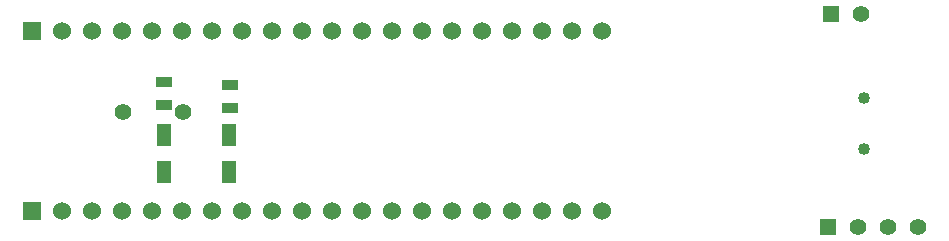
<source format=gbs>
G04 (created by PCBNEW (2013-07-07 BZR 4022)-stable) date 08/01/2015 19:31:04*
%MOIN*%
G04 Gerber Fmt 3.4, Leading zero omitted, Abs format*
%FSLAX34Y34*%
G01*
G70*
G90*
G04 APERTURE LIST*
%ADD10C,0.00590551*%
%ADD11R,0.06X0.06*%
%ADD12C,0.06*%
%ADD13R,0.055X0.035*%
%ADD14C,0.056*%
%ADD15C,0.04*%
%ADD16R,0.0511811X0.0748031*%
%ADD17R,0.055X0.055*%
%ADD18C,0.055*%
G04 APERTURE END LIST*
G54D10*
G54D11*
X44200Y-38000D03*
G54D12*
X49200Y-38000D03*
X50200Y-38000D03*
X51200Y-38000D03*
X52200Y-38000D03*
X53200Y-38000D03*
X54200Y-38000D03*
X55200Y-38000D03*
X56200Y-38000D03*
X57200Y-38000D03*
X58200Y-38000D03*
X59200Y-38000D03*
X60200Y-38000D03*
X61200Y-38000D03*
X62200Y-38000D03*
X45200Y-38000D03*
X46200Y-38000D03*
X47200Y-38000D03*
X48200Y-38000D03*
X63200Y-38000D03*
G54D11*
X44200Y-32000D03*
G54D12*
X49200Y-32000D03*
X50200Y-32000D03*
X51200Y-32000D03*
X52200Y-32000D03*
X53200Y-32000D03*
X54200Y-32000D03*
X55200Y-32000D03*
X56200Y-32000D03*
X57200Y-32000D03*
X58200Y-32000D03*
X59200Y-32000D03*
X60200Y-32000D03*
X61200Y-32000D03*
X62200Y-32000D03*
X45200Y-32000D03*
X46200Y-32000D03*
X47200Y-32000D03*
X48200Y-32000D03*
X63200Y-32000D03*
G54D13*
X48600Y-33725D03*
X48600Y-34475D03*
X50800Y-33825D03*
X50800Y-34575D03*
G54D14*
X47250Y-34700D03*
X49250Y-34700D03*
G54D15*
X71950Y-35950D03*
X71950Y-34250D03*
G54D16*
X48617Y-35470D03*
X50782Y-35470D03*
X50782Y-36729D03*
X48617Y-36729D03*
G54D17*
X70750Y-38550D03*
G54D18*
X71750Y-38550D03*
X72750Y-38550D03*
X73750Y-38550D03*
G54D17*
X70850Y-31450D03*
G54D18*
X71850Y-31450D03*
M02*

</source>
